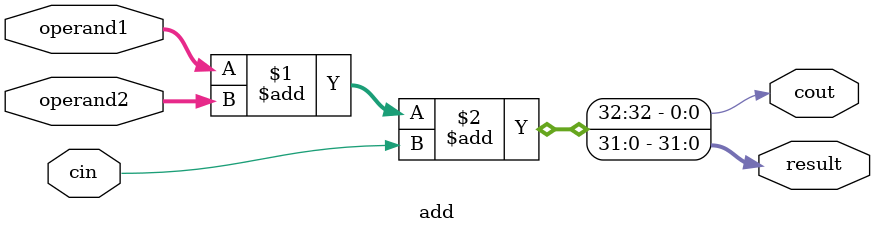
<source format=v>
`timescale 1ns / 1ps


module add( 
  input  [31:0] operand1,
    input  [31:0] operand2,
    input         cin,
    output [31:0] result,
    output        cout
    );
    assign {cout,result} = operand1 + operand2 + cin;

endmodule

</source>
